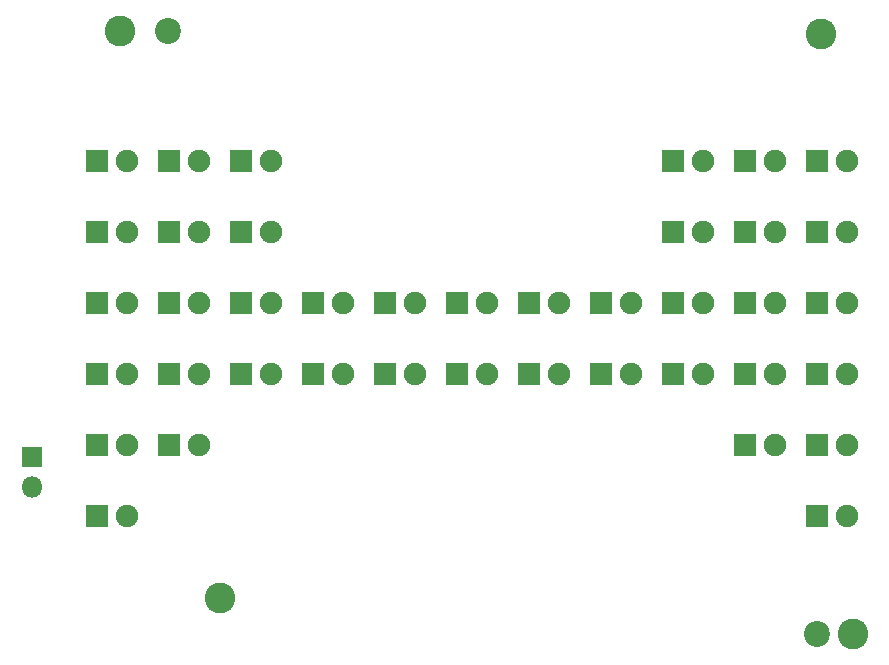
<source format=gbr>
%TF.GenerationSoftware,KiCad,Pcbnew,(5.1.6)-1*%
%TF.CreationDate,2021-04-07T20:28:44-04:00*%
%TF.ProjectId,2020-11-09-Browning-Recon-Force-Advantage-White-LED,32303230-2d31-4312-9d30-392d42726f77,rev?*%
%TF.SameCoordinates,Original*%
%TF.FileFunction,Soldermask,Bot*%
%TF.FilePolarity,Negative*%
%FSLAX46Y46*%
G04 Gerber Fmt 4.6, Leading zero omitted, Abs format (unit mm)*
G04 Created by KiCad (PCBNEW (5.1.6)-1) date 2021-04-07 20:28:44*
%MOMM*%
%LPD*%
G01*
G04 APERTURE LIST*
%ADD10C,2.200000*%
%ADD11C,2.600000*%
%ADD12C,1.900000*%
%ADD13R,1.900000X1.900000*%
%ADD14R,1.800000X1.800000*%
%ADD15O,1.800000X1.800000*%
G04 APERTURE END LIST*
D10*
%TO.C,REF\u002A\u002A*%
X197500000Y-116500000D03*
%TD*%
%TO.C,REF\u002A\u002A*%
X142500000Y-65500000D03*
%TD*%
D11*
%TO.C,REF\u002A\u002A*%
X200500000Y-116500000D03*
%TD*%
%TO.C,REF\u002A\u002A*%
X146900000Y-113500000D03*
%TD*%
%TO.C,REF\u002A\u002A*%
X138500000Y-65500000D03*
%TD*%
%TO.C,REF\u002A\u002A*%
X197800000Y-65700000D03*
%TD*%
D12*
%TO.C,D1*%
X139040000Y-76500000D03*
D13*
X136500000Y-76500000D03*
%TD*%
%TO.C,D2*%
X136500000Y-82500000D03*
D12*
X139040000Y-82500000D03*
%TD*%
D13*
%TO.C,D3*%
X142600000Y-76500000D03*
D12*
X145140000Y-76500000D03*
%TD*%
%TO.C,D4*%
X151240000Y-76500000D03*
D13*
X148700000Y-76500000D03*
%TD*%
%TO.C,D5*%
X142600000Y-82500000D03*
D12*
X145140000Y-82500000D03*
%TD*%
%TO.C,D6*%
X151240000Y-82500000D03*
D13*
X148700000Y-82500000D03*
%TD*%
%TO.C,D7*%
X136500000Y-88500000D03*
D12*
X139040000Y-88500000D03*
%TD*%
%TO.C,D8*%
X145140000Y-88500000D03*
D13*
X142600000Y-88500000D03*
%TD*%
%TO.C,D9*%
X136500000Y-94500000D03*
D12*
X139040000Y-94500000D03*
%TD*%
%TO.C,D10*%
X139040000Y-100500000D03*
D13*
X136500000Y-100500000D03*
%TD*%
%TO.C,D11*%
X136500000Y-106500000D03*
D12*
X139040000Y-106500000D03*
%TD*%
%TO.C,D12*%
X145140000Y-100500000D03*
D13*
X142600000Y-100500000D03*
%TD*%
%TO.C,D13*%
X142600000Y-94500000D03*
D12*
X145140000Y-94500000D03*
%TD*%
%TO.C,D14*%
X151240000Y-94500000D03*
D13*
X148700000Y-94500000D03*
%TD*%
%TO.C,D15*%
X148700000Y-88500000D03*
D12*
X151240000Y-88500000D03*
%TD*%
%TO.C,D16*%
X157340000Y-88500000D03*
D13*
X154800000Y-88500000D03*
%TD*%
%TO.C,D17*%
X154800000Y-94500000D03*
D12*
X157340000Y-94500000D03*
%TD*%
%TO.C,D18*%
X163440000Y-94500000D03*
D13*
X160900000Y-94500000D03*
%TD*%
%TO.C,D19*%
X160900000Y-88500000D03*
D12*
X163440000Y-88500000D03*
%TD*%
D13*
%TO.C,D20*%
X167000000Y-88500000D03*
D12*
X169540000Y-88500000D03*
%TD*%
%TO.C,D21*%
X169540000Y-94500000D03*
D13*
X167000000Y-94500000D03*
%TD*%
D12*
%TO.C,D22*%
X175640000Y-94500000D03*
D13*
X173100000Y-94500000D03*
%TD*%
%TO.C,D23*%
X173100000Y-88500000D03*
D12*
X175640000Y-88500000D03*
%TD*%
%TO.C,D24*%
X181740000Y-88500000D03*
D13*
X179200000Y-88500000D03*
%TD*%
%TO.C,D25*%
X185300000Y-94500000D03*
D12*
X187840000Y-94500000D03*
%TD*%
%TO.C,D26*%
X181740000Y-94500000D03*
D13*
X179200000Y-94500000D03*
%TD*%
%TO.C,D27*%
X185300000Y-88500000D03*
D12*
X187840000Y-88500000D03*
%TD*%
%TO.C,D28*%
X187840000Y-82500000D03*
D13*
X185300000Y-82500000D03*
%TD*%
%TO.C,D29*%
X185300000Y-76500000D03*
D12*
X187840000Y-76500000D03*
%TD*%
%TO.C,D30*%
X193940000Y-76500000D03*
D13*
X191400000Y-76500000D03*
%TD*%
%TO.C,D31*%
X197500000Y-76500000D03*
D12*
X200040000Y-76500000D03*
%TD*%
%TO.C,D32*%
X200040000Y-82500000D03*
D13*
X197500000Y-82500000D03*
%TD*%
%TO.C,D33*%
X191400000Y-82500000D03*
D12*
X193940000Y-82500000D03*
%TD*%
%TO.C,D34*%
X193940000Y-88500000D03*
D13*
X191400000Y-88500000D03*
%TD*%
%TO.C,D35*%
X197500000Y-88500000D03*
D12*
X200040000Y-88500000D03*
%TD*%
%TO.C,D36*%
X200040000Y-94500000D03*
D13*
X197500000Y-94500000D03*
%TD*%
%TO.C,D37*%
X191400000Y-94500000D03*
D12*
X193940000Y-94500000D03*
%TD*%
%TO.C,D38*%
X193940000Y-100500000D03*
D13*
X191400000Y-100500000D03*
%TD*%
%TO.C,D39*%
X197500000Y-100500000D03*
D12*
X200040000Y-100500000D03*
%TD*%
%TO.C,D40*%
X200040000Y-106500000D03*
D13*
X197500000Y-106500000D03*
%TD*%
D14*
%TO.C,J1*%
X131000000Y-101500000D03*
D15*
X131000000Y-104040000D03*
%TD*%
M02*

</source>
